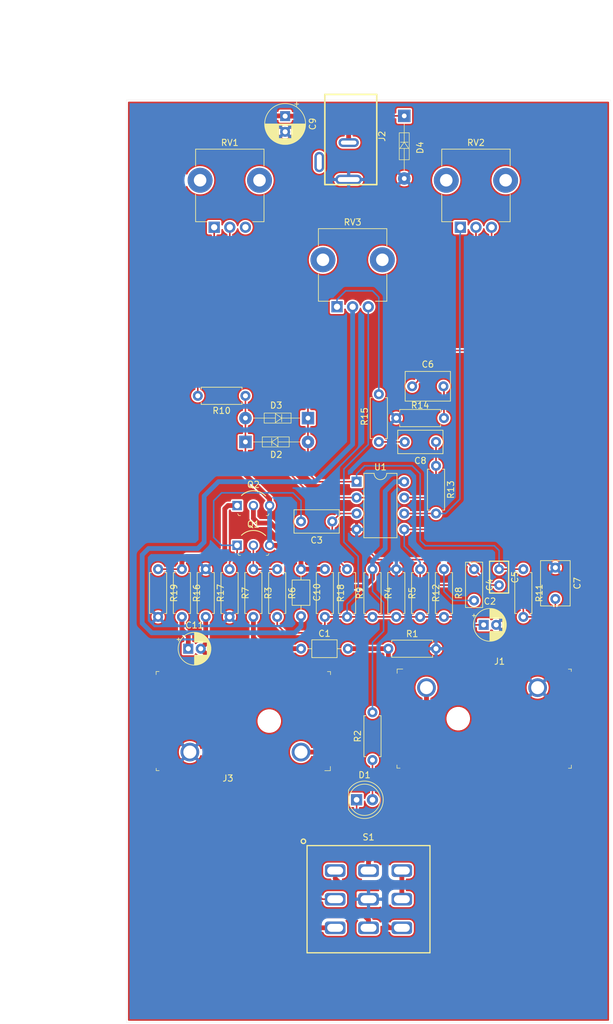
<source format=kicad_pcb>
(kicad_pcb (version 20171130) (host pcbnew "(5.1.2)-2")
  (title_block (title "TS808 Clone") (date 2019-11-10) (rev v01))
  (layers (0 F.Cu signal) (31 B.Cu signal) (34 B.Paste user) (35 F.Paste user) (36 B.SilkS user) (37 F.SilkS user) (38 B.Mask user) (39 F.Mask user) (44 Edge.Cuts user))
  (net 0 "")
  (net 1 "Net-(C1-Pad2)")
  (net 2 "Net-(C1-Pad1)")
  (net 3 GNDREF)
  (net 4 "Net-(C2-Pad1)")
  (net 5 "Net-(C3-Pad2)")
  (net 6 "Net-(C3-Pad1)")
  (net 7 "Net-(C4-Pad1)")
  (net 8 "Net-(C4-Pad2)")
  (net 9 "Net-(C5-Pad1)")
  (net 10 "Net-(C6-Pad1)")
  (net 11 "Net-(C6-Pad2)")
  (net 12 "Net-(C7-Pad2)")
  (net 13 "Net-(C8-Pad1)")
  (net 14 "Net-(C8-Pad2)")
  (net 15 VS)
  (net 16 "Net-(C10-Pad1)")
  (net 17 "Net-(C10-Pad2)")
  (net 18 "Net-(C11-Pad1)")
  (net 19 "Net-(C11-Pad2)")
  (net 20 "Net-(D1-Pad1)")
  (net 21 "Net-(D1-Pad2)")
  (net 22 "Net-(J1-PadT)")
  (net 23 "Net-(J3-PadT)")
  (net 24 "Net-(Q1-Pad2)")
  (net 25 "Net-(Q2-Pad1)")
  (net 26 "Net-(R10-Pad2)")
  (net 27 "Net-(R13-Pad2)")
  (net 28 "Net-(R15-Pad1)")
  (net 29 "Net-(S1-Pad3)")
  (net 30 "Net-(RV1-Pad3)")
  (module Package_DIP:DIP-8_W7.62mm (layer F.Cu) (at 127 82.55)
    (fp_text reference U1 (at 3.81 -2.33) (layer F.SilkS))
    (fp_text value RC4558)
    (pad 1 thru_hole rect (at 0 0) (size 1.6 1.6) (drill 0.8) (layers *.Cu *.Mask) (net 9 "Net-(C5-Pad1)"))
    (pad 5 thru_hole oval (at 7.62 7.62) (size 1.6 1.6) (drill 0.8) (layers *.Cu *.Mask) (net 12 "Net-(C7-Pad2)"))
    (pad 2 thru_hole oval (at 0 2.54) (size 1.6 1.6) (drill 0.8) (layers *.Cu *.Mask) (net 7 "Net-(C4-Pad1)"))
    (pad 6 thru_hole oval (at 7.62 5.08) (size 1.6 1.6) (drill 0.8) (layers *.Cu *.Mask) (net 27 "Net-(R13-Pad2)"))
    (pad 3 thru_hole oval (at 0 5.08) (size 1.6 1.6) (drill 0.8) (layers *.Cu *.Mask) (net 6 "Net-(C3-Pad1)"))
    (pad 7 thru_hole oval (at 7.62 2.54) (size 1.6 1.6) (drill 0.8) (layers *.Cu *.Mask) (net 13 "Net-(C8-Pad1)"))
    (pad 4 thru_hole oval (at 0 7.62) (size 1.6 1.6) (drill 0.8) (layers *.Cu *.Mask) (net 3 GNDREF))
    (pad 8 thru_hole oval (at 7.62 0) (size 1.6 1.6) (drill 0.8) (layers *.Cu *.Mask) (net 15 VS))
  )
  (module Capacitor_THT:C_Axial_L3.8mm_D2.6mm_P7.50mm_Horizontal (layer F.Cu) (at 118.11 109.22)
    (fp_text reference C1 (at 3.75 -2.42) (layer F.SilkS))
    (fp_text value 0.022uf)
    (pad 2 thru_hole oval (at 7.5 0) (size 1.6 1.6) (drill 0.8) (layers *.Cu *.Mask) (net 1 "Net-(C1-Pad2)"))
    (pad 1 thru_hole circle (at 0 0) (size 1.6 1.6) (drill 0.8) (layers *.Cu *.Mask) (net 2 "Net-(C1-Pad1)"))
  )
  (module Capacitor_THT:CP_Radial_D5.0mm_P2.00mm (layer F.Cu) (at 147.32 105.41)
    (fp_text reference C2 (at 1 -3.75) (layer F.SilkS))
    (fp_text value 47uf)
    (pad 2 thru_hole circle (at 2 0) (size 1.6 1.6) (drill 0.8) (layers *.Cu *.Mask) (net 3 GNDREF))
    (pad 1 thru_hole rect (at 0 0) (size 1.6 1.6) (drill 0.8) (layers *.Cu *.Mask) (net 4 "Net-(C2-Pad1)"))
  )
  (module Capacitor_THT:C_Rect_L7.0mm_W3.5mm_P5.00mm (layer F.Cu) (at 123.11 88.9 180)
    (fp_text reference C3 (at 2.5 -3) (layer F.SilkS))
    (fp_text value 1uf)
    (pad 2 thru_hole circle (at 5 0 180) (size 1.6 1.6) (drill 0.8) (layers *.Cu *.Mask) (net 5 "Net-(C3-Pad2)"))
    (pad 1 thru_hole circle (at 0 0 180) (size 1.6 1.6) (drill 0.8) (layers *.Cu *.Mask) (net 6 "Net-(C3-Pad1)"))
  )
  (module Capacitor_THT:C_Rect_L7.0mm_W2.5mm_P5.00mm (layer F.Cu) (at 145.79 96.52 270)
    (fp_text reference C4 (at 2.5 -2.5 90) (layer F.SilkS))
    (fp_text value 0.047uf)
    (pad 1 thru_hole circle (at 0 0 270) (size 1.6 1.6) (drill 0.8) (layers *.Cu *.Mask) (net 7 "Net-(C4-Pad1)"))
    (pad 2 thru_hole circle (at 5 0 270) (size 1.6 1.6) (drill 0.8) (layers *.Cu *.Mask) (net 8 "Net-(C4-Pad2)"))
  )
  (module TS808-Clone:C_Rect_L5.0mm_W3.2mm_P2.50mm (layer F.Cu) (at 149.79 97.79 270)
    (fp_text reference C5 (at 0 -2.54 90) (layer F.SilkS))
    (fp_text value 51pf)
    (pad 1 thru_hole circle (at -1.27 0 270) (size 1.524 1.524) (drill 0.762) (layers *.Cu *.Mask) (net 9 "Net-(C5-Pad1)"))
    (pad 2 thru_hole circle (at 1.27 0 270) (size 1.524 1.524) (drill 0.762) (layers *.Cu *.Mask) (net 7 "Net-(C4-Pad1)"))
  )
  (module Capacitor_THT:C_Rect_L7.0mm_W4.5mm_P5.00mm (layer F.Cu) (at 135.89 67.31)
    (fp_text reference C6 (at 2.5 -3.5) (layer F.SilkS))
    (fp_text value 0.22uf)
    (pad 1 thru_hole circle (at 0 0) (size 1.6 1.6) (drill 0.8) (layers *.Cu *.Mask) (net 10 "Net-(C6-Pad1)"))
    (pad 2 thru_hole circle (at 5 0) (size 1.6 1.6) (drill 0.8) (layers *.Cu *.Mask) (net 11 "Net-(C6-Pad2)"))
  )
  (module Capacitor_THT:C_Rect_L7.0mm_W4.5mm_P5.00mm (layer F.Cu) (at 158.79 96.27 270)
    (fp_text reference C7 (at 2.5 -3.5 90) (layer F.SilkS))
    (fp_text value 0.22uf)
    (pad 2 thru_hole circle (at 5 0 270) (size 1.6 1.6) (drill 0.8) (layers *.Cu *.Mask) (net 12 "Net-(C7-Pad2)"))
    (pad 1 thru_hole circle (at 0 0 270) (size 1.6 1.6) (drill 0.8) (layers *.Cu *.Mask) (net 3 GNDREF))
  )
  (module Capacitor_THT:C_Rect_L7.0mm_W3.5mm_P5.00mm (layer F.Cu) (at 139.7 76.2 180)
    (fp_text reference C8 (at 2.5 -3) (layer F.SilkS))
    (fp_text value 1uf)
    (pad 1 thru_hole circle (at 0 0 180) (size 1.6 1.6) (drill 0.8) (layers *.Cu *.Mask) (net 13 "Net-(C8-Pad1)"))
    (pad 2 thru_hole circle (at 5 0 180) (size 1.6 1.6) (drill 0.8) (layers *.Cu *.Mask) (net 14 "Net-(C8-Pad2)"))
  )
  (module Capacitor_THT:CP_Radial_D6.3mm_P2.50mm (layer F.Cu) (at 115.57 24.17 270)
    (fp_text reference C9 (at 1.25 -4.4 90) (layer F.SilkS))
    (fp_text value 100uf)
    (pad 1 thru_hole rect (at 0 0 270) (size 1.6 1.6) (drill 0.8) (layers *.Cu *.Mask) (net 15 VS))
    (pad 2 thru_hole circle (at 2.5 0 270) (size 1.6 1.6) (drill 0.8) (layers *.Cu *.Mask) (net 3 GNDREF))
  )
  (module Capacitor_THT:C_Axial_L3.8mm_D2.6mm_P7.50mm_Horizontal (layer F.Cu) (at 118.11 104.02 90)
    (fp_text reference C10 (at 3.81 2.54 90) (layer F.SilkS))
    (fp_text value 0.1uf)
    (pad 1 thru_hole circle (at 0 0 90) (size 1.6 1.6) (drill 0.8) (layers *.Cu *.Mask) (net 16 "Net-(C10-Pad1)"))
    (pad 2 thru_hole oval (at 7.5 0 90) (size 1.6 1.6) (drill 0.8) (layers *.Cu *.Mask) (net 17 "Net-(C10-Pad2)"))
  )
  (module Capacitor_THT:CP_Radial_D5.0mm_P2.00mm (layer F.Cu) (at 100.076 109.22)
    (fp_text reference C11 (at 1 -3.75) (layer F.SilkS))
    (fp_text value 10uf)
    (pad 1 thru_hole rect (at 0 0) (size 1.6 1.6) (drill 0.8) (layers *.Cu *.Mask) (net 18 "Net-(C11-Pad1)"))
    (pad 2 thru_hole circle (at 2 0) (size 1.6 1.6) (drill 0.8) (layers *.Cu *.Mask) (net 19 "Net-(C11-Pad2)"))
  )
  (module LED_THT:LED_D5.0mm (layer F.Cu) (at 127 133.35)
    (fp_text reference D1 (at 1.27 -3.96) (layer F.SilkS))
    (fp_text value LED)
    (pad 1 thru_hole rect (at 0 0) (size 1.8 1.8) (drill 0.9) (layers *.Cu *.Mask) (net 20 "Net-(D1-Pad1)"))
    (pad 2 thru_hole circle (at 2.54 0) (size 1.8 1.8) (drill 0.9) (layers *.Cu *.Mask) (net 21 "Net-(D1-Pad2)"))
  )
  (module digikey-footprints:Diode_DO-35_P10mm (layer F.Cu) (at 109.22 76.2)
    (fp_text reference D2 (at 4.92 2.032) (layer F.SilkS))
    (fp_text value 1N4148)
    (pad 1 thru_hole rect (at 0 0) (size 2 2) (drill 0.76) (layers *.Cu *.Mask) (net 7 "Net-(C4-Pad1)"))
    (pad 2 thru_hole circle (at 10 0) (size 2 2) (drill 0.76) (layers *.Cu *.Mask) (net 9 "Net-(C5-Pad1)"))
  )
  (module digikey-footprints:Diode_DO-35_P10mm (layer F.Cu) (at 119.22 72.39 180)
    (fp_text reference D3 (at 5.08 2.032) (layer F.SilkS))
    (fp_text value 1N4148)
    (pad 2 thru_hole circle (at 10 0 180) (size 2 2) (drill 0.76) (layers *.Cu *.Mask) (net 7 "Net-(C4-Pad1)"))
    (pad 1 thru_hole rect (at 0 0 180) (size 2 2) (drill 0.76) (layers *.Cu *.Mask) (net 9 "Net-(C5-Pad1)"))
  )
  (module digikey-footprints:Diode_DO-35_P10mm (layer F.Cu) (at 134.62 24.13 270)
    (fp_text reference D4 (at 5.08 -2.54 90) (layer F.SilkS))
    (fp_text value 1N4148)
    (pad 1 thru_hole rect (at 0 0 270) (size 2 2) (drill 0.76) (layers *.Cu *.Mask) (net 15 VS))
    (pad 2 thru_hole circle (at 10 0 270) (size 2 2) (drill 0.76) (layers *.Cu *.Mask) (net 3 GNDREF))
  )
  (module TS808-Clone:Headphone_Jack_6.35mm_RA49B11 (layer F.Cu) (at 106.426 120.521 180)
    (fp_text reference J3 (at 0 -9.398) (layer F.SilkS))
    (fp_text value AudioJack2)
    (pad T thru_hole circle (at -11.684 -5.209 180) (size 3 3) (drill 2.08) (layers *.Cu *.Mask) (net 23 "Net-(J3-PadT)"))
    (pad S thru_hole circle (at 6.096 -5.209 180) (size 3 3) (drill 2.08) (layers *.Cu *.Mask) (net 3 GNDREF))
    (pad "" np_thru_hole circle (at -6.604 -0.254 180) (size 3.25 3.25) (drill 3.25) (layers *.Cu *.Mask))
  )
  (module digikey-footprints:TO-92-3_Formed_Leads (layer F.Cu) (at 107.89 92.71)
    (fp_text reference Q1 (at 2.6 -3.35) (layer F.SilkS))
    (fp_text value 2N4401-AP)
    (pad 1 thru_hole rect (at 0 0 180) (size 1.5 1.5) (drill 0.9) (layers *.Cu *.Mask) (net 5 "Net-(C3-Pad2)"))
    (pad 3 thru_hole circle (at 5.2 0 180) (size 1.5 1.5) (drill 0.9) (layers *.Cu *.Mask) (net 15 VS))
    (pad 2 thru_hole circle (at 2.6 0 180) (size 1.5 1.5) (drill 0.9) (layers *.Cu *.Mask) (net 24 "Net-(Q1-Pad2)"))
  )
  (module digikey-footprints:TO-92-3_Formed_Leads (layer F.Cu) (at 107.89 86.36)
    (fp_text reference Q2 (at 2.6 -3.35) (layer F.SilkS))
    (fp_text value 2N4401-AP)
    (pad 2 thru_hole circle (at 2.6 0 180) (size 1.5 1.5) (drill 0.9) (layers *.Cu *.Mask) (net 17 "Net-(C10-Pad2)"))
    (pad 3 thru_hole circle (at 5.2 0 180) (size 1.5 1.5) (drill 0.9) (layers *.Cu *.Mask) (net 15 VS))
    (pad 1 thru_hole rect (at 0 0 180) (size 1.5 1.5) (drill 0.9) (layers *.Cu *.Mask) (net 25 "Net-(Q2-Pad1)"))
  )
  (module Resistor_THT:R_Axial_DIN0207_L6.3mm_D2.5mm_P7.62mm_Horizontal (layer F.Cu) (at 132.08 109.22)
    (fp_text reference R1 (at 3.81 -2.37) (layer F.SilkS))
    (fp_text value 1M5)
    (pad 2 thru_hole oval (at 7.62 0) (size 1.6 1.6) (drill 0.8) (layers *.Cu *.Mask) (net 3 GNDREF))
    (pad 1 thru_hole circle (at 0 0) (size 1.6 1.6) (drill 0.8) (layers *.Cu *.Mask) (net 1 "Net-(C1-Pad2)"))
  )
  (module Resistor_THT:R_Axial_DIN0207_L6.3mm_D2.5mm_P7.62mm_Horizontal (layer F.Cu) (at 129.54 127 90)
    (fp_text reference R2 (at 3.81 -2.37 90) (layer F.SilkS))
    (fp_text value 1k)
    (pad 2 thru_hole oval (at 7.62 0 90) (size 1.6 1.6) (drill 0.8) (layers *.Cu *.Mask) (net 15 VS))
    (pad 1 thru_hole circle (at 0 0 90) (size 1.6 1.6) (drill 0.8) (layers *.Cu *.Mask) (net 21 "Net-(D1-Pad2)"))
  )
  (module Resistor_THT:R_Axial_DIN0207_L6.3mm_D2.5mm_P7.62mm_Horizontal (layer F.Cu) (at 110.49 96.52 270)
    (fp_text reference R3 (at 3.81 -2.37 90) (layer F.SilkS))
    (fp_text value 1k)
    (pad 2 thru_hole oval (at 7.62 0 270) (size 1.6 1.6) (drill 0.8) (layers *.Cu *.Mask) (net 2 "Net-(C1-Pad1)"))
    (pad 1 thru_hole circle (at 0 0 270) (size 1.6 1.6) (drill 0.8) (layers *.Cu *.Mask) (net 24 "Net-(Q1-Pad2)"))
  )
  (module Resistor_THT:R_Axial_DIN0207_L6.3mm_D2.5mm_P7.62mm_Horizontal (layer F.Cu) (at 129.54 104.14 90)
    (fp_text reference R4 (at 3.81 2.54 90) (layer F.SilkS))
    (fp_text value 10k)
    (pad 1 thru_hole circle (at 0 0 90) (size 1.6 1.6) (drill 0.8) (layers *.Cu *.Mask) (net 4 "Net-(C2-Pad1)"))
    (pad 2 thru_hole oval (at 7.62 0 90) (size 1.6 1.6) (drill 0.8) (layers *.Cu *.Mask) (net 15 VS))
  )
  (module Resistor_THT:R_Axial_DIN0207_L6.3mm_D2.5mm_P7.62mm_Horizontal (layer F.Cu) (at 133.35 104.14 90)
    (fp_text reference R5 (at 3.81 2.54 90) (layer F.SilkS))
    (fp_text value 10k)
    (pad 2 thru_hole oval (at 7.62 0 90) (size 1.6 1.6) (drill 0.8) (layers *.Cu *.Mask) (net 3 GNDREF))
    (pad 1 thru_hole circle (at 0 0 90) (size 1.6 1.6) (drill 0.8) (layers *.Cu *.Mask) (net 4 "Net-(C2-Pad1)"))
  )
  (module Resistor_THT:R_Axial_DIN0207_L6.3mm_D2.5mm_P7.62mm_Horizontal (layer F.Cu) (at 114.3 96.52 270)
    (fp_text reference R6 (at 3.81 -2.37 90) (layer F.SilkS))
    (fp_text value 510k)
    (pad 1 thru_hole circle (at 0 0 270) (size 1.6 1.6) (drill 0.8) (layers *.Cu *.Mask) (net 24 "Net-(Q1-Pad2)"))
    (pad 2 thru_hole oval (at 7.62 0 270) (size 1.6 1.6) (drill 0.8) (layers *.Cu *.Mask) (net 4 "Net-(C2-Pad1)"))
  )
  (module Resistor_THT:R_Axial_DIN0207_L6.3mm_D2.5mm_P7.62mm_Horizontal (layer F.Cu) (at 106.68 104.14 90)
    (fp_text reference R7 (at 3.81 2.54 90) (layer F.SilkS))
    (fp_text value 10k)
    (pad 1 thru_hole circle (at 0 0 90) (size 1.6 1.6) (drill 0.8) (layers *.Cu *.Mask) (net 3 GNDREF))
    (pad 2 thru_hole oval (at 7.62 0 90) (size 1.6 1.6) (drill 0.8) (layers *.Cu *.Mask) (net 5 "Net-(C3-Pad2)"))
  )
  (module Resistor_THT:R_Axial_DIN0207_L6.3mm_D2.5mm_P7.62mm_Horizontal (layer F.Cu) (at 140.97 96.52 270)
    (fp_text reference R8 (at 3.81 -2.37 90) (layer F.SilkS))
    (fp_text value 4k7)
    (pad 2 thru_hole oval (at 7.62 0 270) (size 1.6 1.6) (drill 0.8) (layers *.Cu *.Mask) (net 4 "Net-(C2-Pad1)"))
    (pad 1 thru_hole circle (at 0 0 270) (size 1.6 1.6) (drill 0.8) (layers *.Cu *.Mask) (net 8 "Net-(C4-Pad2)"))
  )
  (module Resistor_THT:R_Axial_DIN0207_L6.3mm_D2.5mm_P7.62mm_Horizontal (layer F.Cu) (at 125.476 104.14 90)
    (fp_text reference R9 (at 3.81 2.032 90) (layer F.SilkS))
    (fp_text value 10k)
    (pad 2 thru_hole oval (at 7.62 0 90) (size 1.6 1.6) (drill 0.8) (layers *.Cu *.Mask) (net 6 "Net-(C3-Pad1)"))
    (pad 1 thru_hole circle (at 0 0 90) (size 1.6 1.6) (drill 0.8) (layers *.Cu *.Mask) (net 4 "Net-(C2-Pad1)"))
  )
  (module Resistor_THT:R_Axial_DIN0207_L6.3mm_D2.5mm_P7.62mm_Horizontal (layer F.Cu) (at 109.22 68.834 180)
    (fp_text reference R10 (at 3.81 -2.37) (layer F.SilkS))
    (fp_text value 511k)
    (pad 1 thru_hole circle (at 0 0 180) (size 1.6 1.6) (drill 0.8) (layers *.Cu *.Mask) (net 7 "Net-(C4-Pad1)"))
    (pad 2 thru_hole oval (at 7.62 0 180) (size 1.6 1.6) (drill 0.8) (layers *.Cu *.Mask) (net 26 "Net-(R10-Pad2)"))
  )
  (module Resistor_THT:R_Axial_DIN0207_L6.3mm_D2.5mm_P7.62mm_Horizontal (layer F.Cu) (at 153.67 104.14 90)
    (fp_text reference R11 (at 3.81 2.54 90) (layer F.SilkS))
    (fp_text value 1k)
    (pad 2 thru_hole oval (at 7.62 0 90) (size 1.6 1.6) (drill 0.8) (layers *.Cu *.Mask) (net 9 "Net-(C5-Pad1)"))
    (pad 1 thru_hole circle (at 0 0 90) (size 1.6 1.6) (drill 0.8) (layers *.Cu *.Mask) (net 12 "Net-(C7-Pad2)"))
  )
  (module Resistor_THT:R_Axial_DIN0207_L6.3mm_D2.5mm_P7.62mm_Horizontal (layer F.Cu) (at 137.16 104.14 90)
    (fp_text reference R12 (at 3.81 2.54 90) (layer F.SilkS))
    (fp_text value 10k)
    (pad 2 thru_hole oval (at 7.62 0 90) (size 1.6 1.6) (drill 0.8) (layers *.Cu *.Mask) (net 12 "Net-(C7-Pad2)"))
    (pad 1 thru_hole circle (at 0 0 90) (size 1.6 1.6) (drill 0.8) (layers *.Cu *.Mask) (net 4 "Net-(C2-Pad1)"))
  )
  (module Resistor_THT:R_Axial_DIN0207_L6.3mm_D2.5mm_P7.62mm_Horizontal (layer F.Cu) (at 139.7 80.01 270)
    (fp_text reference R13 (at 3.81 -2.37 90) (layer F.SilkS))
    (fp_text value 1k)
    (pad 1 thru_hole circle (at 0 0 270) (size 1.6 1.6) (drill 0.8) (layers *.Cu *.Mask) (net 13 "Net-(C8-Pad1)"))
    (pad 2 thru_hole oval (at 7.62 0 270) (size 1.6 1.6) (drill 0.8) (layers *.Cu *.Mask) (net 27 "Net-(R13-Pad2)"))
  )
  (module Resistor_THT:R_Axial_DIN0207_L6.3mm_D2.5mm_P7.62mm_Horizontal (layer F.Cu) (at 133.35 72.39)
    (fp_text reference R14 (at 3.81 -2.032) (layer F.SilkS))
    (fp_text value 220)
    (pad 2 thru_hole oval (at 7.62 0) (size 1.6 1.6) (drill 0.8) (layers *.Cu *.Mask) (net 11 "Net-(C6-Pad2)"))
    (pad 1 thru_hole circle (at 0 0) (size 1.6 1.6) (drill 0.8) (layers *.Cu *.Mask) (net 3 GNDREF))
  )
  (module Resistor_THT:R_Axial_DIN0207_L6.3mm_D2.5mm_P7.62mm_Horizontal (layer F.Cu) (at 130.556 68.58 270)
    (fp_text reference R15 (at 3.556 2.286 90) (layer F.SilkS))
    (fp_text value 1k)
    (pad 1 thru_hole circle (at 0 0 270) (size 1.6 1.6) (drill 0.8) (layers *.Cu *.Mask) (net 28 "Net-(R15-Pad1)"))
    (pad 2 thru_hole oval (at 7.62 0 270) (size 1.6 1.6) (drill 0.8) (layers *.Cu *.Mask) (net 14 "Net-(C8-Pad2)"))
  )
  (module Resistor_THT:R_Axial_DIN0207_L6.3mm_D2.5mm_P7.62mm_Horizontal (layer F.Cu) (at 99.06 96.52 270)
    (fp_text reference R16 (at 3.81 -2.37 90) (layer F.SilkS))
    (fp_text value 100)
    (pad 2 thru_hole oval (at 7.62 0 270) (size 1.6 1.6) (drill 0.8) (layers *.Cu *.Mask) (net 18 "Net-(C11-Pad1)"))
    (pad 1 thru_hole circle (at 0 0 270) (size 1.6 1.6) (drill 0.8) (layers *.Cu *.Mask) (net 25 "Net-(Q2-Pad1)"))
  )
  (module Resistor_THT:R_Axial_DIN0207_L6.3mm_D2.5mm_P7.62mm_Horizontal (layer F.Cu) (at 102.87 96.52 270)
    (fp_text reference R17 (at 3.81 -2.37 90) (layer F.SilkS))
    (fp_text value 10k)
    (pad 1 thru_hole circle (at 0 0 270) (size 1.6 1.6) (drill 0.8) (layers *.Cu *.Mask) (net 3 GNDREF))
    (pad 2 thru_hole oval (at 7.62 0 270) (size 1.6 1.6) (drill 0.8) (layers *.Cu *.Mask) (net 19 "Net-(C11-Pad2)"))
  )
  (module Resistor_THT:R_Axial_DIN0207_L6.3mm_D2.5mm_P7.62mm_Horizontal (layer F.Cu) (at 121.92 104.14 90)
    (fp_text reference R18 (at 3.81 2.54 90) (layer F.SilkS))
    (fp_text value 510k)
    (pad 1 thru_hole circle (at 0 0 90) (size 1.6 1.6) (drill 0.8) (layers *.Cu *.Mask) (net 4 "Net-(C2-Pad1)"))
    (pad 2 thru_hole oval (at 7.62 0 90) (size 1.6 1.6) (drill 0.8) (layers *.Cu *.Mask) (net 17 "Net-(C10-Pad2)"))
  )
  (module Resistor_THT:R_Axial_DIN0207_L6.3mm_D2.5mm_P7.62mm_Horizontal (layer F.Cu) (at 95.25 104.14 90)
    (fp_text reference R19 (at 3.81 2.54 90) (layer F.SilkS))
    (fp_text value 10k)
    (pad 2 thru_hole oval (at 7.62 0 90) (size 1.6 1.6) (drill 0.8) (layers *.Cu *.Mask) (net 25 "Net-(Q2-Pad1)"))
    (pad 1 thru_hole circle (at 0 0 90) (size 1.6 1.6) (drill 0.8) (layers *.Cu *.Mask) (net 3 GNDREF))
  )
  (module TS808-Clone:Headphone_Jack_6.35mm_RA49B11 (layer F.Cu) (at 149.86 120.65)
    (fp_text reference J1 (at 0 -9.398) (layer F.SilkS))
    (fp_text value AudioJack2)
    (pad "" np_thru_hole circle (at -6.604 -0.254) (size 3.25 3.25) (drill 3.25) (layers *.Cu *.Mask))
    (pad S thru_hole circle (at 6.096 -5.209) (size 3 3) (drill 2.08) (layers *.Cu *.Mask) (net 3 GNDREF))
    (pad T thru_hole circle (at -11.684 -5.209) (size 3 3) (drill 2.08) (layers *.Cu *.Mask) (net 22 "Net-(J1-PadT)"))
  )
  (module TS808-Clone:BarrelJack_Horiz_55X21_THT (layer F.Cu) (at 125.73 27.3812 270)
    (fp_text reference J2 (at 0 -5.334 270) (layer F.SilkS))
    (fp_text value Barrel_Jack)
    (pad 1 thru_hole oval (at 6.9088 0 270) (size 1.5494 4.2418) (drill oval 0.7874 3.4798) (layers *.Cu *.Mask) (net 3 GNDREF))
    (pad 2 thru_hole oval (at 1.016 0 270) (size 1.4224 3.2512) (drill oval 0.6604 2.4892) (layers *.Cu *.Mask) (net 15 VS))
    (pad 3 thru_hole oval (at 4.1148 4.699) (size 1.5494 3.2512) (drill oval 0.7874 2.4892) (layers *.Cu *.Mask))
  )
  (module Potentiometer_THT:Potentiometer_TT_P0915N (layer F.Cu) (at 123.865 54.61)
    (fp_text reference RV3 (at 2.5 -13.5) (layer F.SilkS))
    (fp_text value 100k)
    (pad 1 thru_hole rect (at 0 0) (size 1.8 1.8) (drill 1) (layers *.Cu *.Mask) (net 28 "Net-(R15-Pad1)"))
    (pad 2 thru_hole circle (at 2.5 0) (size 1.8 1.8) (drill 1) (layers *.Cu *.Mask) (net 16 "Net-(C10-Pad1)"))
    (pad 3 thru_hole circle (at 5 0) (size 1.8 1.8) (drill 1) (layers *.Cu *.Mask) (net 4 "Net-(C2-Pad1)"))
    (pad "" thru_hole oval (at -2.25 -7.5) (size 4 4) (drill 2) (layers *.Cu *.Mask))
    (pad "" thru_hole oval (at 7.25 -7.5) (size 4 4) (drill 2) (layers *.Cu *.Mask))
  )
  (module TS808-Clone:Switch_3P3T_Footswitch_PC_THT (layer F.Cu) (at 128.905 149.225)
    (fp_text reference S1 (at 0 -9.906) (layer F.SilkS))
    (fp_text value Switch.3PDT.1)
    (pad 5 thru_hole roundrect (at 0 0) (size 3.302 2.032) (drill oval 2.54 1.27) (layers *.Cu *.Mask) (net 3 GNDREF))
    (pad 6 thru_hole roundrect (at 5.334 0) (size 3.302 2.032) (drill oval 2.54 1.27) (layers *.Cu *.Mask) (net 29 "Net-(S1-Pad3)"))
    (pad 4 thru_hole roundrect (at -5.334 0) (size 3.302 2.032) (drill oval 2.54 1.27) (layers *.Cu *.Mask) (net 20 "Net-(D1-Pad1)"))
    (pad 1 thru_hole roundrect (at -5.334 -4.572) (size 3.302 2.032) (drill oval 2.54 1.27) (layers *.Cu *.Mask) (net 22 "Net-(J1-PadT)"))
    (pad 2 thru_hole roundrect (at 0 -4.572) (size 3.302 2.032) (drill oval 2.54 1.27) (layers *.Cu *.Mask) (net 1 "Net-(C1-Pad2)"))
    (pad 3 thru_hole roundrect (at 5.334 -4.572) (size 3.302 2.032) (drill oval 2.54 1.27) (layers *.Cu *.Mask) (net 29 "Net-(S1-Pad3)"))
    (pad 7 thru_hole roundrect (at -5.334 4.572) (size 3.302 2.032) (drill oval 2.54 1.27) (layers *.Cu *.Mask) (net 19 "Net-(C11-Pad2)"))
    (pad 8 thru_hole roundrect (at 0 4.572) (size 3.302 2.032) (drill oval 2.54 1.27) (layers *.Cu *.Mask) (net 23 "Net-(J3-PadT)"))
    (pad 9 thru_hole roundrect (at 5.334 4.572) (size 3.302 2.032) (drill oval 2.54 1.27) (layers *.Cu *.Mask) (net 22 "Net-(J1-PadT)"))
  )
  (module Potentiometer_THT:Potentiometer_TT_P0915N (layer F.Cu) (at 104.22 41.91)
    (fp_text reference RV1 (at 2.5 -13.5) (layer F.SilkS))
    (fp_text value 500k)
    (pad 1 thru_hole rect (at 0 0) (size 1.8 1.8) (drill 1) (layers *.Cu *.Mask) (net 26 "Net-(R10-Pad2)"))
    (pad 2 thru_hole circle (at 2.5 0) (size 1.8 1.8) (drill 1) (layers *.Cu *.Mask) (net 9 "Net-(C5-Pad1)"))
    (pad 3 thru_hole circle (at 5 0) (size 1.8 1.8) (drill 1) (layers *.Cu *.Mask) (net 30 "Net-(RV1-Pad3)"))
    (pad "" thru_hole oval (at -2.25 -7.5) (size 4 4) (drill 2) (layers *.Cu *.Mask))
    (pad "" thru_hole oval (at 7.25 -7.5) (size 4 4) (drill 2) (layers *.Cu *.Mask))
  )
  (module Potentiometer_THT:Potentiometer_TT_P0915N (layer F.Cu) (at 143.59 41.91)
    (fp_text reference RV2 (at 2.5 -13.5) (layer F.SilkS))
    (fp_text value 20k)
    (pad "" thru_hole oval (at 7.25 -7.5) (size 4 4) (drill 2) (layers *.Cu *.Mask))
    (pad "" thru_hole oval (at -2.25 -7.5) (size 4 4) (drill 2) (layers *.Cu *.Mask))
    (pad 3 thru_hole circle (at 5 0) (size 1.8 1.8) (drill 1) (layers *.Cu *.Mask) (net 12 "Net-(C7-Pad2)"))
    (pad 2 thru_hole circle (at 2.5 0) (size 1.8 1.8) (drill 1) (layers *.Cu *.Mask) (net 10 "Net-(C6-Pad1)"))
    (pad 1 thru_hole rect (at 0 0) (size 1.8 1.8) (drill 1) (layers *.Cu *.Mask) (net 27 "Net-(R13-Pad2)"))
  )
  (gr_line (start 167.64 21.59) (end 90.17 21.59) (layer Edge.Cuts) (width 0.0254))
  (gr_line (start 167.64 168.91) (end 167.64 21.59) (layer Edge.Cuts) (width 0.0254))
  (gr_line (start 90.17 168.91) (end 167.64 168.91) (layer Edge.Cuts) (width 0.0254))
  (gr_line (start 90.17 21.59) (end 90.17 168.91) (layer Edge.Cuts) (width 0.0254))
  (segment (start 128.905 143.129) (end 128.905 144.653) (width 0.762) (layer F.Cu) (net 1))
  (segment (start 130.048 141.986) (end 128.905 143.129) (width 0.762) (layer F.Cu) (net 1))
  (segment (start 128.02 109.22) (end 125.61 109.22) (width 0.762) (layer F.Cu) (net 1))
  (segment (start 132.08 109.22) (end 128.02 109.22) (width 0.762) (layer F.Cu) (net 1))
  (segment (start 130.048 141.986) (end 132.08 139.954) (width 0.762) (layer F.Cu) (net 1))
  (segment (start 132.08 109.22) (end 132.08 139.954) (width 0.762) (layer F.Cu) (net 1))
  (segment (start 110.49 107.442) (end 110.49 104.14) (width 0.762) (layer F.Cu) (net 2))
  (segment (start 118.11 109.22) (end 112.268 109.22) (width 0.762) (layer F.Cu) (net 2))
  (segment (start 112.268 109.22) (end 110.49 107.442) (width 0.762) (layer F.Cu) (net 2))
  (segment (start 140.97 104.14) (end 137.16 104.14) (width 0.25) (layer F.Cu) (net 4))
  (segment (start 137.16 104.14) (end 133.35 104.14) (width 0.25) (layer F.Cu) (net 4))
  (segment (start 133.35 104.14) (end 129.54 104.14) (width 0.25) (layer F.Cu) (net 4))
  (segment (start 140.97 104.14) (end 142.24 104.14) (width 0.25) (layer F.Cu) (net 4))
  (segment (start 143.51 105.41) (end 147.32 105.41) (width 0.25) (layer F.Cu) (net 4))
  (segment (start 142.24 104.14) (end 143.51 105.41) (width 0.25) (layer F.Cu) (net 4))
  (segment (start 121.92 105.41) (end 121.92 104.14) (width 0.25) (layer F.Cu) (net 4))
  (segment (start 121.92 105.41) (end 120.65 106.68) (width 0.25) (layer F.Cu) (net 4))
  (segment (start 114.3 104.14) (end 114.3 105.41) (width 0.25) (layer F.Cu) (net 4))
  (segment (start 114.3 105.41) (end 115.57 106.68) (width 0.25) (layer F.Cu) (net 4))
  (segment (start 115.57 106.68) (end 120.65 106.68) (width 0.25) (layer F.Cu) (net 4))
  (segment (start 128.865 76.621) (end 124.968 80.518) (width 0.25) (layer B.Cu) (net 4))
  (segment (start 128.865 54.61) (end 128.865 76.621) (width 0.25) (layer B.Cu) (net 4))
  (segment (start 129.54 104.14) (end 125.476 104.14) (width 0.25) (layer F.Cu) (net 4))
  (segment (start 125.476 104.14) (end 121.92 104.14) (width 0.25) (layer F.Cu) (net 4))
  (segment (start 127.254 94.488) (end 124.968 92.202) (width 0.25) (layer B.Cu) (net 4))
  (segment (start 127.254 100.33) (end 127.254 94.488) (width 0.25) (layer B.Cu) (net 4))
  (segment (start 125.476 102.108) (end 127.254 100.33) (width 0.25) (layer B.Cu) (net 4))
  (segment (start 125.476 104.14) (end 125.476 102.108) (width 0.25) (layer B.Cu) (net 4))
  (segment (start 124.968 80.518) (end 124.968 92.202) (width 0.25) (layer B.Cu) (net 4))
  (segment (start 106.68 96.52) (end 106.68 95.38863) (width 0.25) (layer F.Cu) (net 5))
  (segment (start 107.89 94.17863) (end 107.89 92.71) (width 0.25) (layer F.Cu) (net 5))
  (segment (start 106.68 95.38863) (end 107.89 94.17863) (width 0.25) (layer F.Cu) (net 5))
  (segment (start 107.89 92.71) (end 105.41 92.71) (width 0.25) (layer B.Cu) (net 5))
  (segment (start 105.41 92.71) (end 104.14 91.44) (width 0.25) (layer B.Cu) (net 5))
  (segment (start 104.14 91.44) (end 104.14 85.598) (width 0.25) (layer B.Cu) (net 5))
  (segment (start 104.14 85.598) (end 105.41 84.328) (width 0.25) (layer B.Cu) (net 5))
  (segment (start 105.41 84.328) (end 116.84 84.328) (width 0.25) (layer B.Cu) (net 5))
  (segment (start 116.84 84.328) (end 118.11 85.598) (width 0.25) (layer B.Cu) (net 5))
  (segment (start 118.11 85.598) (end 118.11 88.9) (width 0.25) (layer B.Cu) (net 5))
  (segment (start 124.38 87.63) (end 123.11 88.9) (width 0.25) (layer F.Cu) (net 6))
  (segment (start 127 87.63) (end 124.38 87.63) (width 0.25) (layer F.Cu) (net 6))
  (segment (start 123.11 94.154) (end 123.11 91.266) (width 0.25) (layer F.Cu) (net 6))
  (segment (start 125.476 96.52) (end 123.11 94.154) (width 0.25) (layer F.Cu) (net 6))
  (segment (start 123.11 91.36) (end 123.11 91.266) (width 0.25) (layer F.Cu) (net 6))
  (segment (start 123.11 91.266) (end 123.11 88.9) (width 0.25) (layer F.Cu) (net 6))
  (segment (start 148.33 99.06) (end 145.79 96.52) (width 0.25) (layer F.Cu) (net 7))
  (segment (start 149.79 99.06) (end 148.33 99.06) (width 0.25) (layer F.Cu) (net 7))
  (segment (start 115.57 80.518) (end 111.252 80.518) (width 0.25) (layer F.Cu) (net 7))
  (segment (start 127 85.09) (end 120.142 85.09) (width 0.25) (layer F.Cu) (net 7))
  (segment (start 120.142 85.09) (end 115.57 80.518) (width 0.25) (layer F.Cu) (net 7))
  (segment (start 127 85.09) (end 128.27 85.09) (width 0.25) (layer F.Cu) (net 7))
  (segment (start 128.27 85.09) (end 129.286 86.106) (width 0.25) (layer F.Cu) (net 7))
  (segment (start 129.286 86.106) (end 129.286 93.98) (width 0.25) (layer F.Cu) (net 7))
  (segment (start 129.286 93.98) (end 130.302 94.996) (width 0.25) (layer F.Cu) (net 7))
  (segment (start 130.302 94.996) (end 144.272 94.996) (width 0.25) (layer F.Cu) (net 7))
  (segment (start 144.272 95.002) (end 145.79 96.52) (width 0.25) (layer F.Cu) (net 7))
  (segment (start 144.272 94.996) (end 144.272 95.002) (width 0.25) (layer F.Cu) (net 7))
  (segment (start 109.22 78.486) (end 109.22 76.2) (width 0.25) (layer F.Cu) (net 7))
  (segment (start 109.474 78.74) (end 109.22 78.486) (width 0.25) (layer F.Cu) (net 7))
  (segment (start 109.474 78.74) (end 109.38 78.646) (width 0.25) (layer F.Cu) (net 7))
  (segment (start 111.252 80.518) (end 109.474 78.74) (width 0.25) (layer F.Cu) (net 7))
  (segment (start 109.22 76.2) (end 109.22 72.39) (width 0.25) (layer F.Cu) (net 7))
  (segment (start 109.22 72.39) (end 109.22 68.834) (width 0.25) (layer F.Cu) (net 7))
  (segment (start 145.79 101.52) (end 142.414 101.52) (width 0.25) (layer B.Cu) (net 8))
  (segment (start 140.97 100.076) (end 140.97 96.52) (width 0.25) (layer B.Cu) (net 8))
  (segment (start 142.414 101.52) (end 140.97 100.076) (width 0.25) (layer B.Cu) (net 8))
  (segment (start 153.67 96.52) (end 149.79 96.52) (width 0.25) (layer F.Cu) (net 9))
  (segment (start 127 81.28) (end 128.27 80.01) (width 0.25) (layer B.Cu) (net 9))
  (segment (start 127 82.55) (end 127 81.28) (width 0.25) (layer B.Cu) (net 9))
  (segment (start 128.27 80.01) (end 135.89 80.01) (width 0.25) (layer B.Cu) (net 9))
  (segment (start 135.89 80.01) (end 137.16 81.28) (width 0.25) (layer B.Cu) (net 9))
  (segment (start 137.16 81.28) (end 137.16 89.916) (width 0.25) (layer B.Cu) (net 9))
  (segment (start 137.16 89.916) (end 137.16 90.17) (width 0.25) (layer B.Cu) (net 9))
  (segment (start 137.16 91.948) (end 137.16 89.916) (width 0.25) (layer B.Cu) (net 9))
  (segment (start 137.992 92.78) (end 137.16 91.948) (width 0.25) (layer B.Cu) (net 9))
  (segment (start 149.028 92.78) (end 137.992 92.78) (width 0.25) (layer B.Cu) (net 9))
  (segment (start 149.79 93.542) (end 149.028 92.78) (width 0.25) (layer B.Cu) (net 9))
  (segment (start 149.79 96.52) (end 149.79 93.542) (width 0.25) (layer B.Cu) (net 9))
  (segment (start 119.22 81.12) (end 119.22 76.2) (width 0.25) (layer F.Cu) (net 9))
  (segment (start 127 82.55) (end 120.65 82.55) (width 0.25) (layer F.Cu) (net 9))
  (segment (start 120.65 82.55) (end 119.22 81.12) (width 0.25) (layer F.Cu) (net 9))
  (segment (start 119.22 76.2) (end 119.22 72.39) (width 0.25) (layer F.Cu) (net 9))
  (segment (start 119.22 67.658) (end 119.22 72.39) (width 0.25) (layer F.Cu) (net 9))
  (segment (start 117.348 65.786) (end 119.22 67.658) (width 0.25) (layer F.Cu) (net 9))
  (segment (start 108.458 65.786) (end 117.348 65.786) (width 0.25) (layer F.Cu) (net 9))
  (segment (start 106.72 41.91) (end 106.72 64.048) (width 0.25) (layer F.Cu) (net 9))
  (segment (start 106.72 64.048) (end 108.458 65.786) (width 0.25) (layer F.Cu) (net 9))
  (segment (start 136.769999 66.510001) (end 135.97 67.31) (width 0.25) (layer F.Cu) (net 10))
  (segment (start 136.769999 63.382001) (end 136.769999 66.510001) (width 0.25) (layer F.Cu) (net 10))
  (segment (start 138.557 61.595) (end 136.769999 63.382001) (width 0.25) (layer F.Cu) (net 10))
  (segment (start 144.907 61.595) (end 138.557 61.595) (width 0.25) (layer F.Cu) (net 10))
  (segment (start 146.09 60.412) (end 144.907 61.595) (width 0.25) (layer F.Cu) (net 10))
  (segment (start 146.09 41.91) (end 146.09 60.412) (width 0.25) (layer F.Cu) (net 10))
  (segment (start 140.97 68.44137) (end 140.97 72.39) (width 0.25) (layer F.Cu) (net 11))
  (segment (start 140.97 67.31) (end 140.97 68.44137) (width 0.25) (layer F.Cu) (net 11))
  (segment (start 158.79 102.83) (end 158.79 101.27) (width 0.25) (layer F.Cu) (net 12))
  (segment (start 153.67 104.14) (end 157.48 104.14) (width 0.25) (layer F.Cu) (net 12))
  (segment (start 157.48 104.14) (end 158.79 102.83) (width 0.25) (layer F.Cu) (net 12))
  (segment (start 134.62 91.30137) (end 134.62 90.17) (width 0.25) (layer B.Cu) (net 12))
  (segment (start 134.62 92.84863) (end 134.62 91.30137) (width 0.25) (layer B.Cu) (net 12))
  (segment (start 137.16 95.38863) (end 134.62 92.84863) (width 0.25) (layer B.Cu) (net 12))
  (segment (start 137.16 96.52) (end 137.16 95.38863) (width 0.25) (layer B.Cu) (net 12))
  (segment (start 137.16 98.298) (end 137.16 96.52) (width 0.25) (layer F.Cu) (net 12))
  (segment (start 153.67 102.87) (end 152.4 101.6) (width 0.25) (layer F.Cu) (net 12))
  (segment (start 153.67 104.14) (end 153.67 102.87) (width 0.25) (layer F.Cu) (net 12))
  (segment (start 152.4 101.6) (end 148.59 101.6) (width 0.25) (layer F.Cu) (net 12))
  (segment (start 148.59 101.6) (end 146.05 99.06) (width 0.25) (layer F.Cu) (net 12))
  (segment (start 146.05 99.06) (end 137.922 99.06) (width 0.25) (layer F.Cu) (net 12))
  (segment (start 137.922 99.06) (end 137.16 98.298) (width 0.25) (layer F.Cu) (net 12))
  (segment (start 148.59 61.468) (end 148.59 41.91) (width 0.25) (layer F.Cu) (net 12))
  (segment (start 146.05 64.008) (end 148.59 61.468) (width 0.25) (layer F.Cu) (net 12))
  (segment (start 146.05 86.106) (end 146.05 64.008) (width 0.25) (layer F.Cu) (net 12))
  (segment (start 141.986 90.17) (end 146.05 86.106) (width 0.25) (layer F.Cu) (net 12))
  (segment (start 134.62 90.17) (end 141.986 90.17) (width 0.25) (layer F.Cu) (net 12))
  (segment (start 139.7 83.82) (end 139.7 80.01) (width 0.25) (layer F.Cu) (net 13))
  (segment (start 139.7 80.01) (end 139.7 76.2) (width 0.25) (layer F.Cu) (net 13))
  (segment (start 134.62 85.09) (end 138.43 85.09) (width 0.25) (layer F.Cu) (net 13))
  (segment (start 138.43 85.09) (end 139.7 83.82) (width 0.25) (layer F.Cu) (net 13))
  (segment (start 134.7 76.2) (end 130.81 76.2) (width 0.25) (layer F.Cu) (net 14))
  (segment (start 113.09 92.71) (end 113.09 86.36) (width 0.762) (layer B.Cu) (net 15))
  (segment (start 130.048 107.696) (end 131.318 106.426) (width 0.254) (layer B.Cu) (net 15))
  (segment (start 115.57 24.17) (end 124.5 24.17) (width 0.762) (layer F.Cu) (net 15))
  (segment (start 125.73 25.4) (end 125.73 28.3972) (width 0.762) (layer F.Cu) (net 15))
  (segment (start 124.5 24.17) (end 125.73 25.4) (width 0.762) (layer F.Cu) (net 15))
  (segment (start 127 24.13) (end 134.62 24.13) (width 0.25) (layer F.Cu) (net 15))
  (segment (start 125.73 25.4) (end 127 24.13) (width 0.25) (layer F.Cu) (net 15))
  (segment (start 114.52 24.17) (end 115.57 24.17) (width 0.25) (layer F.Cu) (net 15))
  (segment (start 113.09 85.29934) (end 108.81666 81.026) (width 0.762) (layer F.Cu) (net 15))
  (segment (start 100.076 24.13) (end 115.57 24.13) (width 0.762) (layer F.Cu) (net 15))
  (segment (start 113.09 86.36) (end 113.09 85.29934) (width 0.762) (layer F.Cu) (net 15))
  (segment (start 108.81666 81.026) (end 100.838 81.026) (width 0.762) (layer F.Cu) (net 15))
  (segment (start 100.838 81.026) (end 99.06 79.248) (width 0.762) (layer F.Cu) (net 15))
  (segment (start 99.06 79.248) (end 99.06 25.146) (width 0.762) (layer F.Cu) (net 15))
  (segment (start 99.06 25.146) (end 100.076 24.13) (width 0.762) (layer F.Cu) (net 15))
  (segment (start 129.54 96.52) (end 129.54 100.076) (width 0.254) (layer B.Cu) (net 15))
  (segment (start 129.54 100.076) (end 131.318 101.854) (width 0.254) (layer B.Cu) (net 15))
  (segment (start 131.318 101.854) (end 131.318 102.87) (width 0.254) (layer B.Cu) (net 15))
  (segment (start 131.318 106.426) (end 131.318 102.87) (width 0.254) (layer B.Cu) (net 15))
  (segment (start 131.318 102.87) (end 131.318 102.616) (width 0.25) (layer B.Cu) (net 15))
  (segment (start 131.572 93.218) (end 131.572 84.074) (width 0.762) (layer B.Cu) (net 15))
  (segment (start 129.54 95.25) (end 131.572 93.218) (width 0.762) (layer B.Cu) (net 15))
  (segment (start 129.54 96.52) (end 129.54 95.25) (width 0.762) (layer B.Cu) (net 15))
  (segment (start 129.54 108.204) (end 130.048 107.696) (width 0.254) (layer B.Cu) (net 15))
  (segment (start 129.54 119.38) (end 129.54 108.204) (width 0.254) (layer B.Cu) (net 15))
  (segment (start 133.096 82.55) (end 131.572 84.074) (width 0.762) (layer B.Cu) (net 15))
  (segment (start 134.62 82.55) (end 133.096 82.55) (width 0.762) (layer B.Cu) (net 15))
  (segment (start 114.15066 92.71) (end 113.09 92.71) (width 0.762) (layer F.Cu) (net 15))
  (segment (start 129.54 98.044) (end 128.27 99.314) (width 0.762) (layer F.Cu) (net 15))
  (segment (start 128.27 99.314) (end 117.094 99.314) (width 0.762) (layer F.Cu) (net 15))
  (segment (start 117.094 99.314) (end 115.824 98.044) (width 0.762) (layer F.Cu) (net 15))
  (segment (start 129.54 96.52) (end 129.54 98.044) (width 0.762) (layer F.Cu) (net 15))
  (segment (start 115.824 98.044) (end 115.824 94.38334) (width 0.762) (layer F.Cu) (net 15))
  (segment (start 115.824 94.38334) (end 114.15066 92.71) (width 0.762) (layer F.Cu) (net 15))
  (segment (start 118.11 105.664) (end 118.11 104.02) (width 0.762) (layer B.Cu) (net 16))
  (segment (start 94.234 106.68) (end 117.094 106.68) (width 0.762) (layer B.Cu) (net 16))
  (segment (start 92.71 105.156) (end 94.234 106.68) (width 0.762) (layer B.Cu) (net 16))
  (segment (start 92.71 94.234) (end 92.71 105.156) (width 0.762) (layer B.Cu) (net 16))
  (segment (start 93.726 93.218) (end 92.71 94.234) (width 0.762) (layer B.Cu) (net 16))
  (segment (start 126.365 54.61) (end 126.365 76.581) (width 0.762) (layer B.Cu) (net 16))
  (segment (start 117.094 106.68) (end 118.11 105.664) (width 0.762) (layer B.Cu) (net 16))
  (segment (start 101.6 93.218) (end 93.726 93.218) (width 0.762) (layer B.Cu) (net 16))
  (segment (start 120.396 82.55) (end 104.902 82.55) (width 0.762) (layer B.Cu) (net 16))
  (segment (start 104.902 82.55) (end 102.616 84.836) (width 0.762) (layer B.Cu) (net 16))
  (segment (start 126.365 76.581) (end 120.396 82.55) (width 0.762) (layer B.Cu) (net 16))
  (segment (start 102.616 84.836) (end 102.616 92.202) (width 0.762) (layer B.Cu) (net 16))
  (segment (start 102.616 92.202) (end 101.6 93.218) (width 0.762) (layer B.Cu) (net 16))
  (segment (start 121.92 96.52) (end 118.11 96.52) (width 0.762) (layer F.Cu) (net 17))
  (segment (start 110.49 88.392) (end 110.49 86.36) (width 0.762) (layer F.Cu) (net 17))
  (segment (start 111.252 89.154) (end 110.49 88.392) (width 0.762) (layer F.Cu) (net 17))
  (segment (start 113.284 89.154) (end 111.252 89.154) (width 0.762) (layer F.Cu) (net 17))
  (segment (start 118.11 93.98) (end 113.284 89.154) (width 0.762) (layer F.Cu) (net 17))
  (segment (start 118.11 96.52) (end 118.11 93.98) (width 0.762) (layer F.Cu) (net 17))
  (segment (start 99.06 104.14) (end 99.06 105.918) (width 0.762) (layer F.Cu) (net 18))
  (segment (start 99.06 104.14) (end 99.06 106.172) (width 0.762) (layer F.Cu) (net 18))
  (segment (start 100.076 107.188) (end 100.076 109.22) (width 0.762) (layer F.Cu) (net 18))
  (segment (start 99.06 106.172) (end 100.076 107.188) (width 0.762) (layer F.Cu) (net 18))
  (segment (start 102.87 105.27137) (end 102.87 104.14) (width 0.762) (layer F.Cu) (net 19))
  (segment (start 102.87 104.14) (end 102.87 106.426) (width 0.762) (layer F.Cu) (net 19))
  (segment (start 102.875999 106.431999) (end 102.87 106.426) (width 0.762) (layer F.Cu) (net 19))
  (segment (start 102.875999 108.420001) (end 102.875999 106.431999) (width 0.762) (layer F.Cu) (net 19))
  (segment (start 102.076 109.22) (end 102.875999 108.420001) (width 0.762) (layer F.Cu) (net 19))
  (segment (start 118.745 153.797) (end 123.571 153.797) (width 0.762) (layer F.Cu) (net 19))
  (segment (start 117.856 140.716) (end 117.856 152.908) (width 0.762) (layer F.Cu) (net 19))
  (segment (start 120.65 137.922) (end 117.856 140.716) (width 0.762) (layer F.Cu) (net 19))
  (segment (start 117.856 152.908) (end 118.745 153.797) (width 0.762) (layer F.Cu) (net 19))
  (segment (start 102.076 109.22) (end 102.875999 110.019999) (width 0.762) (layer F.Cu) (net 19))
  (segment (start 102.875999 110.019999) (end 102.875999 129.788001) (width 0.762) (layer F.Cu) (net 19))
  (segment (start 102.87 129.794) (end 104.14 131.064) (width 0.762) (layer F.Cu) (net 19))
  (segment (start 104.14 131.064) (end 119.634 131.064) (width 0.762) (layer F.Cu) (net 19))
  (segment (start 120.65 132.08) (end 120.65 137.922) (width 0.762) (layer F.Cu) (net 19))
  (segment (start 119.634 131.064) (end 120.65 132.08) (width 0.762) (layer F.Cu) (net 19))
  (segment (start 127 139.446) (end 127 133.35) (width 0.25) (layer F.Cu) (net 20))
  (segment (start 121.539 149.225) (end 120.65 148.336) (width 0.25) (layer F.Cu) (net 20))
  (segment (start 123.571 149.225) (end 121.539 149.225) (width 0.25) (layer F.Cu) (net 20))
  (segment (start 120.65 143.256) (end 121.92 141.986) (width 0.25) (layer F.Cu) (net 20))
  (segment (start 121.92 141.986) (end 125.476 141.986) (width 0.25) (layer F.Cu) (net 20))
  (segment (start 125.476 141.986) (end 127 140.462) (width 0.25) (layer F.Cu) (net 20))
  (segment (start 120.65 143.256) (end 120.65 148.336) (width 0.25) (layer F.Cu) (net 20))
  (segment (start 127 140.462) (end 127 139.446) (width 0.25) (layer F.Cu) (net 20))
  (segment (start 129.54 127.762) (end 129.54 133.35) (width 0.25) (layer F.Cu) (net 21))
  (segment (start 130.556 146.812) (end 124.46 146.812) (width 0.762) (layer F.Cu) (net 22))
  (segment (start 123.571 145.923) (end 123.571 144.653) (width 0.25) (layer F.Cu) (net 22))
  (segment (start 124.46 146.812) (end 123.571 145.923) (width 0.762) (layer F.Cu) (net 22))
  (segment (start 137.16 142.24) (end 138.176 141.224) (width 0.762) (layer F.Cu) (net 22))
  (segment (start 138.176 115.441) (end 138.176 141.224) (width 0.762) (layer F.Cu) (net 22))
  (segment (start 130.556 146.812) (end 131.572 145.796) (width 0.762) (layer F.Cu) (net 22))
  (segment (start 131.572 145.796) (end 131.572 143.256) (width 0.762) (layer F.Cu) (net 22))
  (segment (start 131.572 143.256) (end 132.588 142.24) (width 0.762) (layer F.Cu) (net 22))
  (segment (start 132.588 142.24) (end 137.16 142.24) (width 0.762) (layer F.Cu) (net 22))
  (segment (start 131.572 147.828) (end 130.556 146.812) (width 0.762) (layer F.Cu) (net 22))
  (segment (start 131.572 153.162) (end 131.572 147.828) (width 0.762) (layer F.Cu) (net 22))
  (segment (start 134.239 153.797) (end 132.207 153.797) (width 0.762) (layer F.Cu) (net 22))
  (segment (start 132.207 153.797) (end 131.572 153.162) (width 0.762) (layer F.Cu) (net 22))
  (segment (start 122.174 125.73) (end 118.11 125.73) (width 0.762) (layer F.Cu) (net 23))
  (segment (start 123.19 126.746) (end 122.174 125.73) (width 0.762) (layer F.Cu) (net 23))
  (segment (start 123.19 139.192) (end 123.19 126.746) (width 0.762) (layer F.Cu) (net 23))
  (segment (start 122.174 140.208) (end 123.19 139.192) (width 0.762) (layer F.Cu) (net 23))
  (segment (start 128.905 152.527) (end 128.27 151.892) (width 0.762) (layer F.Cu) (net 23))
  (segment (start 128.905 153.797) (end 128.905 152.527) (width 0.762) (layer F.Cu) (net 23))
  (segment (start 120.65 140.208) (end 122.174 140.208) (width 0.762) (layer F.Cu) (net 23))
  (segment (start 128.27 151.892) (end 120.142 151.892) (width 0.762) (layer F.Cu) (net 23))
  (segment (start 120.142 151.892) (end 119.38 151.13) (width 0.762) (layer F.Cu) (net 23))
  (segment (start 119.38 151.13) (end 119.38 141.478) (width 0.762) (layer F.Cu) (net 23))
  (segment (start 119.38 141.478) (end 120.65 140.208) (width 0.762) (layer F.Cu) (net 23))
  (segment (start 110.49 96.52) (end 114.3 96.52) (width 0.25) (layer F.Cu) (net 24))
  (segment (start 110.49 96.52) (end 110.49 92.71) (width 0.25) (layer F.Cu) (net 24))
  (segment (start 95.25 96.52) (end 99.06 96.52) (width 0.25) (layer F.Cu) (net 25))
  (segment (start 106.426 86.36) (end 107.89 86.36) (width 0.762) (layer F.Cu) (net 25))
  (segment (start 99.06 95.25) (end 99.822 94.488) (width 0.762) (layer F.Cu) (net 25))
  (segment (start 99.06 96.52) (end 99.06 95.25) (width 0.762) (layer F.Cu) (net 25))
  (segment (start 99.822 94.488) (end 104.902 94.488) (width 0.762) (layer F.Cu) (net 25))
  (segment (start 104.902 94.488) (end 105.918 93.472) (width 0.762) (layer F.Cu) (net 25))
  (segment (start 105.918 93.472) (end 105.918 86.868) (width 0.762) (layer F.Cu) (net 25))
  (segment (start 105.918 86.868) (end 106.426 86.36) (width 0.762) (layer F.Cu) (net 25))
  (segment (start 104.22 41.91) (end 104.22 43.06) (width 0.25) (layer F.Cu) (net 26))
  (segment (start 104.22 41.91) (end 104.22 63.58) (width 0.25) (layer F.Cu) (net 26))
  (segment (start 104.22 63.674) (end 104.22 63.58) (width 0.25) (layer F.Cu) (net 26))
  (segment (start 101.6 68.834) (end 101.6 66.294) (width 0.25) (layer F.Cu) (net 26))
  (segment (start 101.6 66.294) (end 104.22 63.674) (width 0.25) (layer F.Cu) (net 26))
  (segment (start 137.16 87.63) (end 139.7 87.63) (width 0.25) (layer F.Cu) (net 27))
  (segment (start 137.16 87.63) (end 134.62 87.63) (width 0.25) (layer F.Cu) (net 27))
  (segment (start 143.59 43.06) (end 143.51 43.14) (width 0.25) (layer B.Cu) (net 27))
  (segment (start 143.51 43.14) (end 143.51 45.466) (width 0.25) (layer B.Cu) (net 27))
  (segment (start 143.59 41.91) (end 143.59 43.06) (width 0.25) (layer B.Cu) (net 27))
  (segment (start 143.51 45.466) (end 143.51 85.344) (width 0.25) (layer B.Cu) (net 27))
  (segment (start 143.51 85.344) (end 142.748 86.106) (width 0.25) (layer B.Cu) (net 27))
  (segment (start 141.224 87.63) (end 139.7 87.63) (width 0.25) (layer B.Cu) (net 27))
  (segment (start 142.748 86.106) (end 141.224 87.63) (width 0.25) (layer B.Cu) (net 27))
  (segment (start 123.865 53.46) (end 125.255 52.07) (width 0.25) (layer B.Cu) (net 28))
  (segment (start 123.865 54.61) (end 123.865 53.46) (width 0.25) (layer B.Cu) (net 28))
  (segment (start 125.255 52.07) (end 129.54 52.07) (width 0.25) (layer B.Cu) (net 28))
  (segment (start 130.556 68.58) (end 130.556 53.086) (width 0.25) (layer B.Cu) (net 28))
  (segment (start 129.54 52.07) (end 130.556 53.086) (width 0.25) (layer B.Cu) (net 28))
  (segment (start 134.239 144.653) (end 134.239 149.225) (width 0.762) (layer F.Cu) (net 29))
  (zone (net 3) (net_name GNDREF) (layer F.Cu) (connect_pads (clearance 0.254)) (min_thickness 0.254) (fill yes (arc_segments 32) (thermal_gap 0.254) (thermal_bridge_width 0.508))
    (polygon (pts (xy 89.916 169.164) (xy 89.916 21.336) (xy 167.894 21.336) (xy 167.894 169.164)))
  )
  (zone (net 3) (net_name GNDREF) (layer B.Cu) (connect_pads (clearance 0.508)) (min_thickness 0.254) (fill yes (arc_segments 32) (thermal_gap 0.508) (thermal_bridge_width 0.508))
    (polygon (pts (xy 89.916 169.164) (xy 89.916 21.336) (xy 167.894 21.336) (xy 167.894 169.164)))
  )
)
</source>
